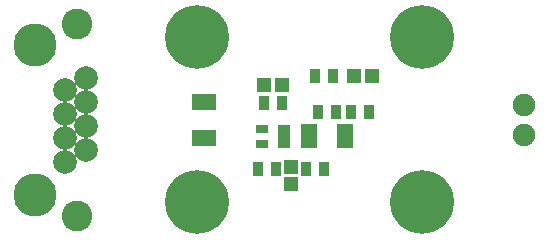
<source format=gbr>
G04 #@! TF.FileFunction,Soldermask,Top*
%FSLAX46Y46*%
G04 Gerber Fmt 4.6, Leading zero omitted, Abs format (unit mm)*
G04 Created by KiCad (PCBNEW 4.0.7) date 06/27/18 15:59:39*
%MOMM*%
%LPD*%
G01*
G04 APERTURE LIST*
%ADD10C,0.150000*%
%ADD11R,1.150000X1.200000*%
%ADD12R,1.200000X1.150000*%
%ADD13R,0.900000X1.300000*%
%ADD14R,1.400000X2.000000*%
%ADD15C,2.600000*%
%ADD16C,3.650000*%
%ADD17C,2.000000*%
%ADD18R,1.050000X0.800000*%
%ADD19C,1.900000*%
%ADD20C,5.400000*%
%ADD21R,2.000000X1.400000*%
G04 APERTURE END LIST*
D10*
D11*
X49276000Y-39509000D03*
X49276000Y-41009000D03*
D12*
X54622000Y-31877000D03*
X56122000Y-31877000D03*
X47002000Y-32639000D03*
X48502000Y-32639000D03*
D13*
X51574000Y-34925000D03*
X53074000Y-34925000D03*
X54368000Y-34925000D03*
X55868000Y-34925000D03*
X46494000Y-39751000D03*
X47994000Y-39751000D03*
X50558000Y-39751000D03*
X52058000Y-39751000D03*
X51320000Y-31877000D03*
X52820000Y-31877000D03*
X47002000Y-34163000D03*
X48502000Y-34163000D03*
D14*
X53824000Y-36957000D03*
X50824000Y-36957000D03*
D15*
X31112000Y-27430000D03*
X31112000Y-43690000D03*
D16*
X27552000Y-29210000D03*
X27552000Y-41910000D03*
D17*
X30092000Y-35060000D03*
X30092000Y-37090000D03*
X31872000Y-34030000D03*
X31872000Y-36060000D03*
X31872000Y-32000000D03*
X30092000Y-33030000D03*
X31872000Y-38090000D03*
X30092000Y-39120000D03*
D18*
X48702000Y-37607000D03*
X48702000Y-36307000D03*
X48702000Y-36957000D03*
X46802000Y-36307000D03*
X46802000Y-37607000D03*
D19*
X68993000Y-34290000D03*
X68993000Y-36830000D03*
D20*
X41275000Y-28575000D03*
X41275000Y-42545000D03*
X60325000Y-28575000D03*
X60325000Y-42545000D03*
D21*
X41910000Y-34060000D03*
X41910000Y-37060000D03*
M02*

</source>
